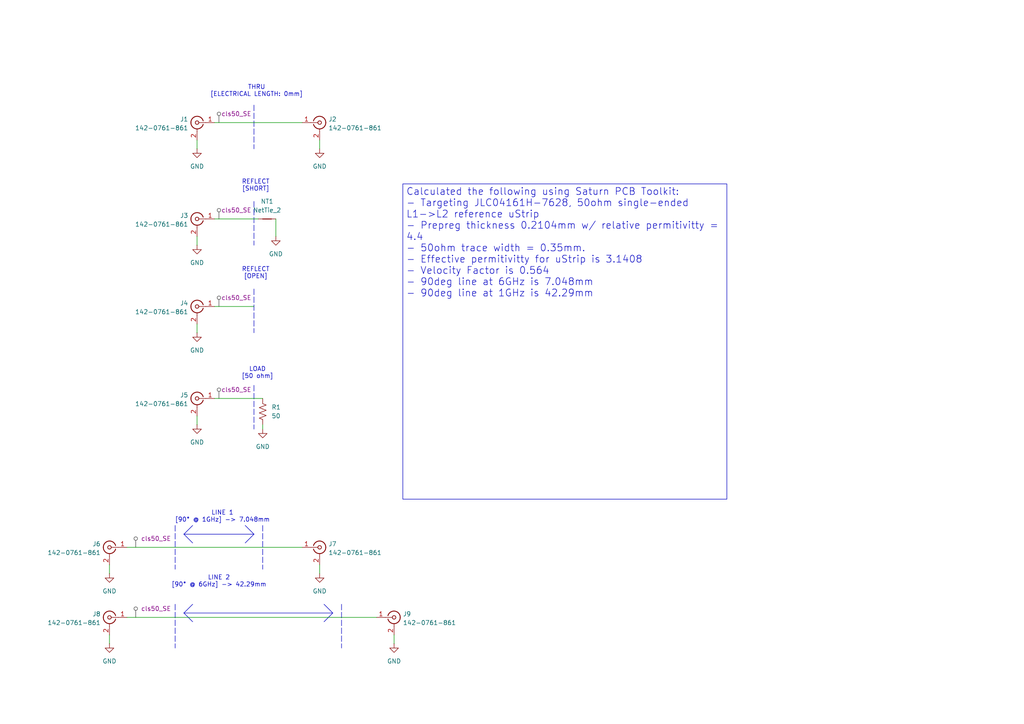
<source format=kicad_sch>
(kicad_sch (version 20250114) (generator "eeschema") (generator_version "9.0")
  (paper "A4")
  (lib_symbols
    (symbol "Device:NetTie_2" (pin_numbers (hide yes)) (pin_names (offset 0) (hide yes)) (in_bom no)
      (property "Reference" "NT" (at 0 1.27 0))
      (property "Value" "NetTie_2" (at 0 -1.27 0))
      (symbol "NetTie_2_0_1"
        (polyline (pts (xy -1.27 0) (xy 1.27 0)) (stroke (width 0.254)))
      )
      (symbol "NetTie_2_1_1"
        (pin passive line (at -2.54 0 0) (length 2.54) (name "1") (number "1"))
        (pin passive line (at 2.54 0 180) (length 2.54) (name "2") (number "2"))
      )
    )
    (symbol "Device:R_US" (pin_numbers (hide yes)) (pin_names (offset 0))
      (property "Reference" "R" (at 2.54 0 90))
      (property "Value" "R_US" (at -2.54 0 90))
      (symbol "R_US_0_1"
        (polyline (pts (xy 0 2.286) (xy 0 2.54)))
        (polyline (pts (xy 0 2.286) (xy 1.016 1.905) (xy 0 1.524) (xy -1.016 1.143) (xy 0 0.762)))
        (polyline (pts (xy 0 0.762) (xy 1.016 0.381) (xy 0 0) (xy -1.016 -0.381) (xy 0 -0.762)))
        (polyline (pts (xy 0 -0.762) (xy 1.016 -1.143) (xy 0 -1.524) (xy -1.016 -1.905) (xy 0 -2.286)))
        (polyline (pts (xy 0 -2.286) (xy 0 -2.54)))
      )
      (symbol "R_US_1_1"
        (pin passive line (at 0 3.81 270) (length 1.27) (name "~") (number "1"))
        (pin passive line (at 0 -3.81 90) (length 1.27) (name "~") (number "2"))
      )
    )
    (symbol "TRL_fixture_JLC04161H-7628-lib:142-0761-861" (pin_names (offset 1.016) (hide yes))
      (property "Reference" "J" (at 0.254 3.048 0))
      (property "Value" "142-0761-861" (at 2.921 0 90))
      (symbol "142-0761-861_0_1"
        (polyline (pts (xy -2.54 0) (xy -0.508 0)))
        (arc (start 1.778 0) (mid 0.222 -1.8079) (end -1.778 -0.508) (stroke (width 0.254)))
        (arc (start -1.778 0.508) (mid 0.2221 1.8084) (end 1.778 0) (stroke (width 0.254)))
        (circle (center 0 0) (radius 0.508) (stroke (width 0.2032)))
        (polyline (pts (xy 0 -2.54) (xy 0 -1.778)))
      )
      (symbol "142-0761-861_1_1"
        (pin passive line (at -5.08 0 0) (length 2.54) (name "In") (number "1"))
        (pin passive line (at 0 -5.08 90) (length 2.54) (name "Ext") (number "2"))
      )
    )
    (symbol "power:GND" (power) (pin_numbers (hide yes)) (pin_names (offset 0) (hide yes))
      (property "Value" "GND" (at 0 -3.81 0))
      (symbol "GND_0_1"
        (polyline (pts (xy 0 0) (xy 0 -1.27) (xy 1.27 -1.27) (xy 0 -2.54) (xy -1.27 -1.27) (xy 0 -1.27)))
      )
      (symbol "GND_1_1"
        (pin power_in line (at 0 0 270) (length 0) (name "~") (number "1"))
      )
    )
  )
  (text "LOAD\n[50 ohm]" (at 74.676 108.204 0) (effects (font (size 1.27 1.27))))
  (text "LINE 1\n[90° @ 1GHz] -> 7.048mm" (at 64.516 149.86 0) (effects (font (size 1.27 1.27))))
  (text "THRU\n[ELECTRICAL LENGTH: 0mm]" (at 74.422 26.416 0) (effects (font (size 1.27 1.27))))
  (text "REFLECT\n[SHORT]" (at 74.168 53.848 0) (effects (font (size 1.27 1.27))))
  (text "REFLECT\n[OPEN]" (at 74.168 79.248 0) (effects (font (size 1.27 1.27))))
  (text "LINE 2\n[90° @ 6GHz] -> 42.29mm" (at 63.5 168.656 0) (effects (font (size 1.27 1.27))))
  (text_box "Calculated the following using Saturn PCB Toolkit:\n- Targeting JLC04161H-7628, 50ohm single-ended L1->L2 reference uStrip\n- Prepreg thickness 0.2104mm w/ relative permitivitty = 4.4\n- 50ohm trace width = 0.35mm.\n- Effective permitivitty for uStrip is 3.1408\n- Velocity Factor is 0.564\n- 90deg line at 6GHz is 7.048mm\n- 90deg line at 1GHz is 42.29mm" (at 116.84 53.34 0) (size 93.98 91.44) (margins 0.9525 0.9525 0.9525 0.9525) (effects (font (size 2.032 2.032)) (justify left top)))
  (wire (pts (xy 57.15 120.65) (xy 57.15 123.19)))
  (wire (pts (xy 114.3 184.15) (xy 114.3 186.69)))
  (polyline (pts (xy 53.34 154.94) (xy 55.88 152.4)))
  (polyline (pts (xy 99.06 175.26) (xy 99.06 187.96)) (stroke (width 0) (type dash)))
  (wire (pts (xy 57.15 68.58) (xy 57.15 71.12)))
  (polyline (pts (xy 55.88 157.48) (xy 53.34 154.94)))
  (polyline (pts (xy 73.66 30.48) (xy 73.66 43.18)) (stroke (width 0) (type dash)))
  (wire (pts (xy 62.23 115.57) (xy 76.2 115.57)))
  (polyline (pts (xy 73.66 83.82) (xy 73.66 96.52)) (stroke (width 0) (type dash)))
  (polyline (pts (xy 50.8 175.26) (xy 50.8 187.96)) (stroke (width 0) (type dash)))
  (polyline (pts (xy 73.66 111.76) (xy 73.66 124.46)) (stroke (width 0) (type dash)))
  (wire (pts (xy 92.71 40.64) (xy 92.71 43.18)))
  (wire (pts (xy 62.23 63.5) (xy 74.93 63.5)))
  (polyline (pts (xy 96.52 177.8) (xy 93.98 180.34)))
  (polyline (pts (xy 55.88 180.34) (xy 53.34 177.8)))
  (polyline (pts (xy 53.34 177.8) (xy 96.52 177.8)))
  (wire (pts (xy 31.75 184.15) (xy 31.75 186.69)))
  (wire (pts (xy 31.75 163.83) (xy 31.75 166.37)))
  (polyline (pts (xy 53.34 177.8) (xy 55.88 175.26)))
  (wire (pts (xy 62.23 88.9) (xy 73.66 88.9)))
  (wire (pts (xy 36.83 179.07) (xy 109.22 179.07)))
  (polyline (pts (xy 73.66 58.42) (xy 73.66 71.12)) (stroke (width 0) (type dash)))
  (wire (pts (xy 36.83 158.75) (xy 87.63 158.75)))
  (polyline (pts (xy 53.34 154.94) (xy 73.66 154.94)))
  (polyline (pts (xy 73.66 154.94) (xy 71.12 157.48)))
  (polyline (pts (xy 50.8 152.4) (xy 50.8 165.1)) (stroke (width 0) (type dash)))
  (polyline (pts (xy 76.2 152.4) (xy 76.2 165.1)) (stroke (width 0) (type dash)))
  (polyline (pts (xy 71.12 152.4) (xy 73.66 154.94)))
  (wire (pts (xy 57.15 40.64) (xy 57.15 43.18)))
  (wire (pts (xy 62.23 35.56) (xy 87.63 35.56)))
  (polyline (pts (xy 93.98 175.26) (xy 96.52 177.8)))
  (wire (pts (xy 92.71 163.83) (xy 92.71 166.37)))
  (wire (pts (xy 57.15 93.98) (xy 57.15 96.52)))
  (wire (pts (xy 76.2 123.19) (xy 76.2 124.46)))
  (wire (pts (xy 80.01 63.5) (xy 80.01 68.58)))
  (netclass_flag "" (length 2.54) (shape round) (at 39.37 158.75 0) (property "Netclass" "cls50_SE" (at 40.894 156.21 0) (effects (justify left))))
  (netclass_flag "" (length 2.54) (shape round) (at 63.5 88.9 0) (property "Netclass" "cls50_SE" (at 64.1985 86.36 0) (effects (justify left))))
  (netclass_flag "" (length 2.54) (shape round) (at 63.5 115.57 0) (property "Netclass" "cls50_SE" (at 64.1985 113.03 0) (effects (justify left))))
  (netclass_flag "" (length 2.54) (shape round) (at 39.37 179.07 0) (property "Netclass" "cls50_SE" (at 40.894 176.53 0) (effects (justify left))))
  (netclass_flag "" (length 2.54) (shape round) (at 63.5 63.5 0) (property "Netclass" "cls50_SE" (at 64.1985 60.96 0) (effects (justify left))))
  (netclass_flag "" (length 2.54) (shape round) (at 63.5 35.56 0) (property "Netclass" "cls50_SE" (at 64.1985 33.02 0) (effects (justify left))))
  (symbol (lib_id "power:GND") (at 31.75 186.69 0) (unit 1)
    (property "Reference" "#PWR010" (effects (hide yes)))
    (property "Value" "GND" (at 31.75 191.77 0))
    (property "Description" "Power symbol creates a global label with name \"GND\" , ground" (effects (hide yes)))
  )
  (symbol (lib_id "power:GND") (at 57.15 123.19 0) (mirror y) (unit 1)
    (property "Reference" "#PWR06" (effects (hide yes)))
    (property "Value" "GND" (at 57.15 128.27 0))
    (property "Description" "Power symbol creates a global label with name \"GND\" , ground" (effects (hide yes)))
  )
  (symbol (lib_id "TRL_fixture_JLC04161H-7628-lib:142-0761-861") (at 57.15 88.9 0) (mirror y) (unit 1)
    (property "Reference" "J4" (at 54.61 87.9231 0) (effects (justify left)))
    (property "Value" "142-0761-861" (at 54.61 90.4631 0) (effects (justify left)))
    (property "Footprint" "TRL_fixture_JLC04161H-7628-lib:Johnson_142-0761-861" (effects (hide yes)))
    (property "Description" "coaxial connector (BNC, SMA, SMB, SMC, Cinch/RCA, LEMO, ...)" (effects (hide yes)))
  )
  (symbol (lib_id "power:GND") (at 92.71 43.18 0) (unit 1)
    (property "Reference" "#PWR02" (effects (hide yes)))
    (property "Value" "GND" (at 92.71 48.26 0))
    (property "Description" "Power symbol creates a global label with name \"GND\" , ground" (effects (hide yes)))
  )
  (symbol (lib_id "power:GND") (at 57.15 43.18 0) (unit 1)
    (property "Reference" "#PWR01" (effects (hide yes)))
    (property "Value" "GND" (at 57.15 48.26 0))
    (property "Description" "Power symbol creates a global label with name \"GND\" , ground" (effects (hide yes)))
  )
  (symbol (lib_id "TRL_fixture_JLC04161H-7628-lib:142-0761-861") (at 57.15 115.57 0) (mirror y) (unit 1)
    (property "Reference" "J5" (at 54.61 114.5931 0) (effects (justify left)))
    (property "Value" "142-0761-861" (at 54.61 117.1331 0) (effects (justify left)))
    (property "Footprint" "TRL_fixture_JLC04161H-7628-lib:Johnson_142-0761-861" (effects (hide yes)))
    (property "Description" "coaxial connector (BNC, SMA, SMB, SMC, Cinch/RCA, LEMO, ...)" (effects (hide yes)))
  )
  (symbol (lib_id "power:GND") (at 57.15 96.52 0) (mirror y) (unit 1)
    (property "Reference" "#PWR05" (effects (hide yes)))
    (property "Value" "GND" (at 57.15 101.6 0))
    (property "Description" "Power symbol creates a global label with name \"GND\" , ground" (effects (hide yes)))
  )
  (symbol (lib_id "power:GND") (at 76.2 124.46 0) (mirror y) (unit 1)
    (property "Reference" "#PWR07" (effects (hide yes)))
    (property "Value" "GND" (at 76.2 129.54 0))
    (property "Description" "Power symbol creates a global label with name \"GND\" , ground" (effects (hide yes)))
  )
  (symbol (lib_id "TRL_fixture_JLC04161H-7628-lib:142-0761-861") (at 57.15 63.5 0) (mirror y) (unit 1)
    (property "Reference" "J3" (at 54.61 62.5231 0) (effects (justify left)))
    (property "Value" "142-0761-861" (at 54.61 65.0631 0) (effects (justify left)))
    (property "Footprint" "TRL_fixture_JLC04161H-7628-lib:Johnson_142-0761-861" (effects (hide yes)))
    (property "Description" "coaxial connector (BNC, SMA, SMB, SMC, Cinch/RCA, LEMO, ...)" (effects (hide yes)))
  )
  (symbol (lib_id "power:GND") (at 92.71 166.37 0) (unit 1)
    (property "Reference" "#PWR09" (effects (hide yes)))
    (property "Value" "GND" (at 92.71 171.45 0))
    (property "Description" "Power symbol creates a global label with name \"GND\" , ground" (effects (hide yes)))
  )
  (symbol (lib_id "power:GND") (at 114.3 186.69 0) (unit 1)
    (property "Reference" "#PWR011" (effects (hide yes)))
    (property "Value" "GND" (at 114.3 191.77 0))
    (property "Description" "Power symbol creates a global label with name \"GND\" , ground" (effects (hide yes)))
  )
  (symbol (lib_id "TRL_fixture_JLC04161H-7628-lib:142-0761-861") (at 31.75 158.75 0) (mirror y) (unit 1)
    (property "Reference" "J6" (at 29.21 157.7731 0) (effects (justify left)))
    (property "Value" "142-0761-861" (at 29.21 160.3131 0) (effects (justify left)))
    (property "Footprint" "TRL_fixture_JLC04161H-7628-lib:Johnson_142-0761-861" (effects (hide yes)))
    (property "Description" "coaxial connector (BNC, SMA, SMB, SMC, Cinch/RCA, LEMO, ...)" (effects (hide yes)))
  )
  (symbol (lib_id "TRL_fixture_JLC04161H-7628-lib:142-0761-861") (at 92.71 35.56 0) (unit 1)
    (property "Reference" "J2" (at 95.25 34.5831 0) (effects (justify left)))
    (property "Value" "142-0761-861" (at 95.25 37.1231 0) (effects (justify left)))
    (property "Footprint" "TRL_fixture_JLC04161H-7628-lib:Johnson_142-0761-861" (effects (hide yes)))
    (property "Description" "coaxial connector (BNC, SMA, SMB, SMC, Cinch/RCA, LEMO, ...)" (effects (hide yes)))
  )
  (symbol (lib_id "TRL_fixture_JLC04161H-7628-lib:142-0761-861") (at 31.75 179.07 0) (mirror y) (unit 1)
    (property "Reference" "J8" (at 29.21 178.0931 0) (effects (justify left)))
    (property "Value" "142-0761-861" (at 29.21 180.6331 0) (effects (justify left)))
    (property "Footprint" "TRL_fixture_JLC04161H-7628-lib:Johnson_142-0761-861" (effects (hide yes)))
    (property "Description" "coaxial connector (BNC, SMA, SMB, SMC, Cinch/RCA, LEMO, ...)" (effects (hide yes)))
  )
  (symbol (lib_id "Device:NetTie_2") (at 77.47 63.5 0) (mirror y) (unit 1) (in_bom no)
    (property "Reference" "NT1" (at 77.47 58.42 0))
    (property "Value" "NetTie_2" (at 77.47 60.96 0))
    (property "Footprint" "NetTie:NetTie-2_SMD_Pad0.5mm" (effects (hide yes)))
    (property "Description" "Net tie, 2 pins" (effects (hide yes)))
  )
  (symbol (lib_id "Device:R_US") (at 76.2 119.38 0) (unit 1)
    (property "Reference" "R1" (at 78.74 118.1099 0) (effects (justify left)))
    (property "Value" "50" (at 78.74 120.6499 0) (effects (justify left)))
    (property "Footprint" "Resistor_SMD:R_0402_1005Metric" (effects (hide yes)))
    (property "Description" "Resistor, US symbol" (effects (hide yes)))
  )
  (symbol (lib_id "TRL_fixture_JLC04161H-7628-lib:142-0761-861") (at 114.3 179.07 0) (unit 1)
    (property "Reference" "J9" (at 116.84 178.0931 0) (effects (justify left)))
    (property "Value" "142-0761-861" (at 116.84 180.6331 0) (effects (justify left)))
    (property "Footprint" "TRL_fixture_JLC04161H-7628-lib:Johnson_142-0761-861" (effects (hide yes)))
    (property "Description" "coaxial connector (BNC, SMA, SMB, SMC, Cinch/RCA, LEMO, ...)" (effects (hide yes)))
  )
  (symbol (lib_id "power:GND") (at 80.01 68.58 0) (mirror y) (unit 1)
    (property "Reference" "#PWR03" (effects (hide yes)))
    (property "Value" "GND" (at 80.01 73.66 0))
    (property "Description" "Power symbol creates a global label with name \"GND\" , ground" (effects (hide yes)))
  )
  (symbol (lib_id "TRL_fixture_JLC04161H-7628-lib:142-0761-861") (at 92.71 158.75 0) (unit 1)
    (property "Reference" "J7" (at 95.25 157.7731 0) (effects (justify left)))
    (property "Value" "142-0761-861" (at 95.25 160.3131 0) (effects (justify left)))
    (property "Footprint" "TRL_fixture_JLC04161H-7628-lib:Johnson_142-0761-861" (effects (hide yes)))
    (property "Description" "coaxial connector (BNC, SMA, SMB, SMC, Cinch/RCA, LEMO, ...)" (effects (hide yes)))
  )
  (symbol (lib_id "power:GND") (at 57.15 71.12 0) (mirror y) (unit 1)
    (property "Reference" "#PWR04" (effects (hide yes)))
    (property "Value" "GND" (at 57.15 76.2 0))
    (property "Description" "Power symbol creates a global label with name \"GND\" , ground" (effects (hide yes)))
  )
  (symbol (lib_id "power:GND") (at 31.75 166.37 0) (unit 1)
    (property "Reference" "#PWR08" (effects (hide yes)))
    (property "Value" "GND" (at 31.75 171.45 0))
    (property "Description" "Power symbol creates a global label with name \"GND\" , ground" (effects (hide yes)))
  )
  (symbol (lib_id "TRL_fixture_JLC04161H-7628-lib:142-0761-861") (at 57.15 35.56 0) (mirror y) (unit 1)
    (property "Reference" "J1" (at 54.61 34.5831 0) (effects (justify left)))
    (property "Value" "142-0761-861" (at 54.61 37.1231 0) (effects (justify left)))
    (property "Footprint" "TRL_fixture_JLC04161H-7628-lib:Johnson_142-0761-861" (effects (hide yes)))
    (property "Description" "coaxial connector (BNC, SMA, SMB, SMC, Cinch/RCA, LEMO, ...)" (effects (hide yes)))
  )
)
</source>
